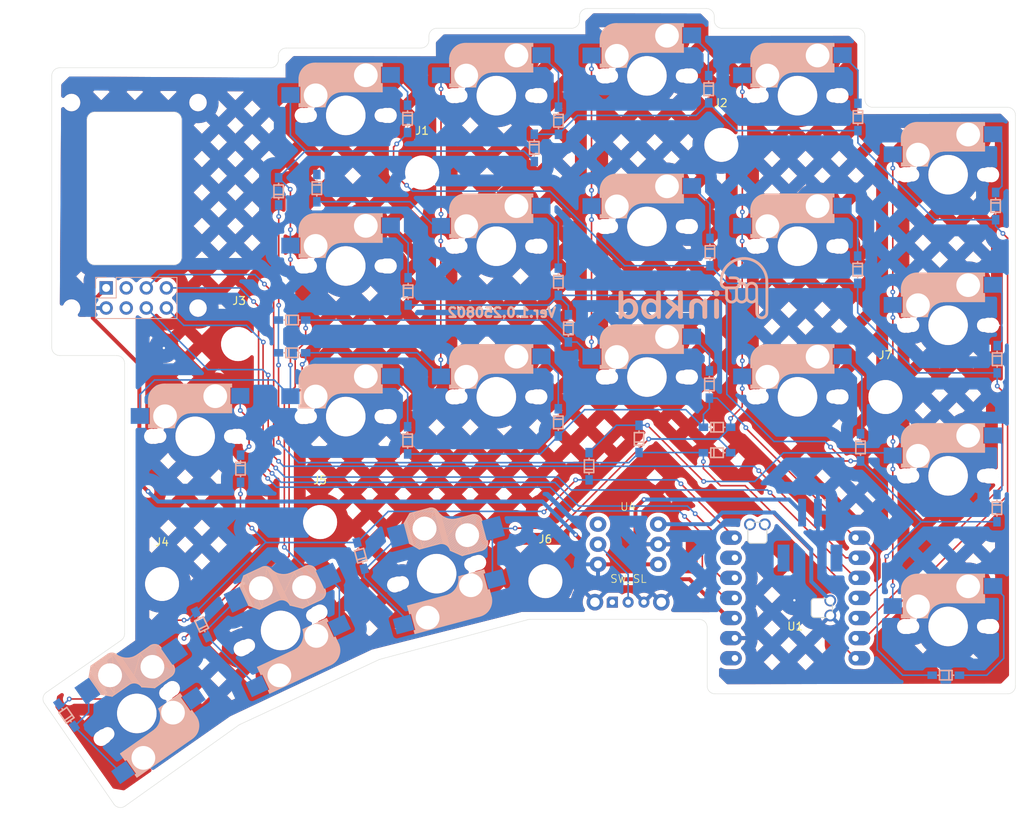
<source format=kicad_pcb>
(kicad_pcb (version 20241229) (generator "pcbnew") (generator_version "9.0")
  (layers (0 "F.Cu" signal) (2 "B.Cu" signal) (13 "F.Paste" user) (15 "B.Paste" user) (5 "F.SilkS" user "F.Silkscreen") (7 "B.SilkS" user "B.Silkscreen") (1 "F.Mask" user) (3 "B.Mask" user) (25 "Edge.Cuts" user))
  (net 0 "")
  (net 1 "MOTION")
  (net 2 "SDIO")
  (net 3 "GND")
  (net 4 "SCLK")
  (net 5 "3.3V")
  (net 6 "VCC")
  (net 7 "IO1")
  (net 8 "IO2")
  (net 9 "Net-(D62-K)")
  (net 10 "IO3")
  (net 11 "IO4")
  (net 12 "INTR")
  (net 13 "Net-(D63-K)")
  (net 14 "Net-(D64-K)")
  (net 15 "Net-(D70-K)")
  (net 16 "Net-(D73-K)")
  (net 17 "Net-(D74-K)")
  (net 18 "Net-(D80-K)")
  (net 19 "Net-(D81-K)")
  (net 20 "Net-(D84-K)")
  (net 21 "Net-(D90-K)")
  (net 22 "Net-(D91-K)")
  (net 23 "Net-(D92-K)")
  (net 24 "Net-(DI7-A)")
  (net 25 "Net-(DI8-A)")
  (net 29 "Vout")
  (net 30 "Bat")
  (net 31 "EN")
  (net 32 "IO5")
  (net 33 "NCS")
  (net 37 "Net-(DI10-A)")
  (net 38 "Net-(DI9-A)")
  (net 39 "Net-(D72-K)")
  (net 40 "Net-(D83-K)")
  (net 41 "Net-(D94-K)")
  (net 42 "Net-(DA0-K)")
  (net 43 "Net-(DA1-K)")
  (net 44 "Net-(DA2-K)")
  (net 45 "Net-(DA3-K)")
  (net 46 "Net-(DI11-A)")
  (net 47 "Net-(D61-K)")
  (net 48 "x")
  (footprint "roBa:Diode_SMD" (layer "F.Cu") (at 175.31 104.489675 -90)
    (property "Reference" "D83")
    (property "Value" "1N4148" (hide yes))
  )
  (footprint "_kicad_footprints:SW_MX" (layer "F.Cu") (at 186.39 72.7528 180)
    (property "Reference" "SW" (hide yes))
    (property "Value" "SW_PUSH" (hide yes))
  )
  (footprint "_kicad_footprints:SW_MX" (layer "F.Cu") (at 186.39 129.9028 180)
    (property "Reference" "SW" (hide yes))
    (property "Value" "SW_PUSH" (hide yes))
  )
  (footprint "roBa:Diode_SMD" (layer "F.Cu") (at 100.616875 95.3056)
    (property "Reference" "DI8")
    (property "Value" "1N4148" (hide yes))
  )
  (footprint "roBa:Diode_SMD" (layer "F.Cu") (at 174.95 82.019038 -90)
    (property "Reference" "D73")
    (property "Value" "1N4148" (hide yes))
  )
  (footprint "_kicad_footprints:SW_MX" (layer "F.Cu") (at 186.39 91.8028 180)
    (property "Reference" "SW" (hide yes))
    (property "Value" "SW_PUSH" (hide yes))
  )
  (footprint "roBa:Diode_SMD" (layer "F.Cu") (at 188.876563 136.0956 180)
    (property "Reference" "D94")
    (property "Value" "1N4148" (hide yes))
  )
  (footprint "roBa:Diode_SMD" (layer "F.Cu") (at 140.97 112.435925 90)
    (property "Reference" "DS11")
    (property "Value" "1N4148" (hide yes))
  )
  (footprint "_kicad_footprints:SW_MX" (layer "F.Cu") (at 91.14 105.8528 180)
    (property "Reference" "SW" (hide yes))
    (property "Value" "SW_PUSH" (hide yes))
  )
  (footprint "_kicad_footprints:SW_MX" (layer "F.Cu") (at 110.19 84.3028 180)
    (property "Reference" "SW" (hide yes))
    (property "Value" "SW_PUSH" (hide yes))
  )
  (footprint "_kicad_footprints:SW_MX" (layer "F.Cu") (at 129.24 62.7528 180)
    (property "Reference" "SW" (hide yes))
    (property "Value" "SW_PUSH" (hide yes))
  )
  (footprint "MountingHole:MountingHole_4.3mm_M4" (layer "F.Cu") (at 135.44 124.1928)
    (property "Reference" "J6")
    (property "Value" "Conn_01x01-Connector_Generic" (hide yes))
  )
  (footprint "MountingHole:MountingHole_4.3mm_M4" (layer "F.Cu") (at 86.95 124.5528)
    (property "Reference" "J4")
    (property "Value" "Conn_01x01-Connector_Generic" (hide yes))
  )
  (footprint "roBa:Diode_SMD" (layer "F.Cu") (at 101.7 77.658725 90)
    (property "Reference" "DI7")
    (property "Value" "1N4148" (hide yes))
  )
  (footprint "MountingHole:MountingHole_4.3mm_M4" (layer "F.Cu") (at 157.63 69.0028)
    (property "Reference" "J2")
    (property "Value" "Conn_01x01-Connector_Generic" (hide yes))
  )
  (footprint "roBa:Diode_SMD" (layer "F.Cu") (at 106.53 71.699675 -90)
    (property "Reference" "DS8")
    (property "Value" "1N4148" (hide yes))
  )
  (footprint "roBa:Diode_SMD" (layer "F.Cu") (at 192.59 93.3436 -90)
    (property "Reference" "D74")
    (property "Value" "1N4148" (hide yes))
  )
  (footprint "roBa:Diode_SMD" (layer "F.Cu") (at 137.08 83.542475 -90)
    (property "Reference" "D81")
    (property "Value" "1N4148" (hide yes))
  )
  (footprint "_kicad_footprints:SW_MX" (layer "F.Cu") (at 129.24 81.8028 180)
    (property "Reference" "SW" (hide yes))
    (property "Value" "SW_PUSH" (hide yes))
  )
  (footprint "MountingHole:MountingHole_4.3mm_M4" (layer "F.Cu") (at 119.85 72.5128)
    (property "Reference" "J1")
    (property "Value" "Conn_01x01-Connector_Generic" (hide yes))
  )
  (footprint "roBa:Diode_SMD" (layer "F.Cu") (at 93.128585 132.193473 115)
    (property "Reference" "DA2")
    (property "Value" "1N4148" (hide yes))
  )
  (footprint "_kicad_footprints:SW_MX_Choc" (layer "F.Cu") (at 121.69 123.271384 15)
    (property "Reference" "SW" (hide yes))
    (property "Value" "SW_PUSH" (hide yes))
  )
  (footprint "roBa:Diode_SMD" (layer "F.Cu") (at 76.462886 143.434344 125)
    (property "Reference" "DA1")
    (property "Value" "1N4148" (hide yes))
  )
  (footprint "roBa:Diode_SMD" (layer "F.Cu") (at 134.04 66.609038 -90)
    (property "Reference" "DS7")
    (property "Value" "1N4148" (hide yes))
  )
  (footprint "_kicad_footprints:SW_MX" (layer "F.Cu") (at 110.19 103.3528 180)
    (property "Reference" "SW" (hide yes))
    (property "Value" "SW_PUSH" (hide yes))
  )
  (footprint "MountingHole:MountingHole_2.2mm_M2_DIN965" (layer "F.Cu") (at 91.5 89.6506 90)
    (property "Reference" "H3" (hide yes))
    (property "Value" "MountingHole")
  )
  (footprint "_kicad_footprints:SW_MX" (layer "F.Cu") (at 129.24 100.8528 180)
    (property "Reference" "SW" (hide yes))
    (property "Value" "SW_PUSH" (hide yes))
  )
  (footprint "MountingHole:MountingHole_2.2mm_M2_DIN965" (layer "F.Cu") (at 75.5 89.6506 90)
    (property "Reference" "H1" (hide yes))
    (property "Value" "MountingHole")
  )
  (footprint "_kicad_footprints:SW_MX" (layer "F.Cu") (at 186.39 110.8528 180)
    (property "Reference" "SW" (hide yes))
    (property "Value" "SW_PUSH" (hide yes))
  )
  (footprint "MountingHole:MountingHole_4.3mm_M4" (layer "F.Cu") (at 106.94 116.7228)
    (property "Reference" "J5")
    (property "Value" "Conn_01x01-Connector_Generic" (hide yes))
  )
  (footprint "_kicad_footprints:SW_MX" (layer "F.Cu") (at 110.19 65.2528 180)
    (property "Reference" "SW" (hide yes))
    (property "Value" "SW_PUSH" (hide yes))
  )
  (footprint "roBa:Diode_SMD" (layer "F.Cu") (at 154.376875 107.9456)
    (property "Reference" "DI10")
    (property "Value" "1N4148" (hide yes))
  )
  (footprint "roBa:Diode_SMD" (layer "F.Cu") (at 192.4 73.969038 -90)
    (property "Reference" "D64")
    (property "Value" "1N4148" (hide yes))
  )
  (footprint "roBa:Diode_SMD" (layer "F.Cu") (at 138.35 89.439675 -90)
    (property "Reference" "DS9")
    (property "Value" "1N4148" (hide yes))
  )
  (footprint "roBa:Diode_SMD" (layer "F.Cu") (at 147.29 108.979363 90)
    (property "Reference" "DI11")
    (property "Value" "1N4148" (hide yes))
  )
  (footprint "roBa:Diode_SMD" (layer "F.Cu") (at 137.1 63.172475 -90)
    (property "Reference" "D61")
    (property "Value" "1N4148" (hide yes))
  )
  (footprint "roBa:Diode_SMD" (layer "F.Cu") (at 156.1 59.189675 -90)
    (property "Reference" "D62")
    (property "Value" "1N4148" (hide yes))
  )
  (footprint "roBa:Diode_SMD" (layer "F.Cu") (at 156.19 96.539038 -90)
    (property "Reference" "D92")
    (property "Value" "1N4148" (hide yes))
  )
  (footprint "_kicad_footprints:SW_MX_Choc" (layer "F.Cu") (at 101.956455 130.453807 25)
    (property "Reference" "SW" (hide yes))
    (property "Value" "SW_PUSH" (hide yes))
  )
  (footprint "MountingHole:MountingHole_2.2mm_M2_DIN965" (layer "F.Cu") (at 91.5 63.6506 90)
    (property "Reference" "H4" (hide yes))
    (property "Value" "MountingHole")
  )
  (footprint "roBa:Diode_SMD" (layer "F.Cu") (at 118.01 62.932475 -90)
    (property "Reference" "D70")
    (property "Value" "1N4148" (hide yes))
  )
  (footprint "MountingHole:MountingHole_4.3mm_M4" (layer "F.Cu") (at 178.46 100.9028)
    (property "Reference" "J7")
    (property "Value" "Conn_01x01-Connector_Generic" (hide yes))
  )
  (footprint "roBa:Diode_SMD" (layer "F.Cu") (at 112.799032 123.65669 105)
    (property "Reference" "DA3")
    (property "Value" "1N4148" (hide yes))
  )
  (footprint "roBa:Diode_SMD" (layer "F.Cu") (at 118.02 103.602475 -90)
    (property "Reference" "D90")
    (property "Value" "1N4148" (hide yes))
  )
  (footprint "roBa:Diode_SMD" (layer "F.Cu") (at 96.88 107.192475 -90)
    (property "Reference" "DA0")
    (property "Value" "1N4148" (hide yes))
  )
  (footprint "roBa:Diode_SMD" (layer "F.Cu") (at 137.08 101.332475 -90)
    (property "Reference" "D91")
    (property "Value" "1N4148" (hide yes))
  )
  (footprint "roBa:XIAO_nRF52840_wBAT_wNFC_1" (layer "F.Cu") (at 167.04 136.8228 180)
    (property "Reference" "U1")
    (property "Value" "~" (hide yes))
    (fp_line (start 5.985247 17.791753) (end 5.985247 19.391953) (stroke (width 0.12)) (layer "Edge.Cuts"))
    (fp_line (start 5.299447 20.077753) (end 4.258047 20.077753) (stroke (width 0.12)) (layer "Edge.Cuts"))
    (fp_line (start 3.953247 17.410753) (end 5.604247 17.410753) (stroke (width 0.12)) (layer "Edge.Cuts"))
    (fp_line (start 3.572247 19.391953) (end 3.572247 17.791753) (stroke (width 0.12)) (layer "Edge.Cuts"))
    (fp_line (start -2.040753 8.403247) (end -2.040753 10.054247) (stroke (width 0.12)) (layer "Edge.Cuts"))
    (fp_line (start -2.421753 10.435247) (end -4.021953 10.435247) (stroke (width 0.12)) (layer "Edge.Cuts"))
    (fp_line (start -4.021953 8.022247) (end -2.421753 8.022247) (stroke (width 0.12)) (layer "Edge.Cuts"))
    (fp_line (start -4.707753 9.749447) (end -4.707753 8.708047) (stroke (width 0.12)) (layer "Edge.Cuts"))
    (fp_arc (start 5.604247 17.410753) (mid 5.873656 17.522344) (end 5.985247 17.791753) (stroke (width 0.12)) (layer "Edge.Cuts"))
    (fp_arc (start 5.299447 20.077753) (mid 5.38164 19.474141) (end 5.985247 19.391953) (stroke (width 0.12)) (layer "Edge.Cuts"))
    (fp_arc (start 3.572247 19.391953) (mid 4.175856 19.474144) (end 4.258047 20.077753) (stroke (width 0.12)) (layer "Edge.Cuts"))
    (fp_arc (start 3.572247 17.791753) (mid 3.683838 17.522342) (end 3.953247 17.410753) (stroke (width 0.12)) (layer "Edge.Cuts"))
    (fp_arc (start -2.040753 10.054247) (mid -2.152344 10.323656) (end -2.421753 10.435247) (stroke (width 0.12)) (layer "Edge.Cuts"))
    (fp_arc (start -2.421753 8.022247) (mid -2.152343 8.133837) (end -2.040753 8.403247) (stroke (width 0.12)) (layer "Edge.Cuts"))
    (fp_arc (start -4.021953 8.022247) (mid -4.104144 8.625856) (end -4.707753 8.708047) (stroke (width 0.12)) (layer "Edge.Cuts"))
    (fp_arc (start -4.707753 9.749447) (mid -4.104144 9.831638) (end -4.021953 10.435247) (stroke (width 0.12)) (layer "Edge.Cuts"))
  )
  (footprint "_kicad_footprints:SW_MX" (layer "F.Cu") (at 148.29 98.3528 180)
    (property "Reference" "SW" (hide yes))
    (property "Value" "SW_PUSH" (hide yes))
  )
  (footprint "pinkeybd:SW_Slide_SK-12D11VG3" (layer "F.Cu") (at 145.91 126.855694)
    (property "Reference" "SW_SL")
    (property "Value" "SK-12D11VG3")
  )
  (footprint "_kicad_footprints:SW_MX" (layer "F.Cu") (at 148.29 79.3028 180)
    (property "Reference" "SW" (hide yes))
    (property "Value" "SW_PUSH" (hide yes))
  )
  (footprint "roBa:Diode_SMD" (layer "F.Cu") (at 100.616875 91.1628)
    (property "Reference" "DI9")
    (property "Value" "1N4148" (hide yes))
  )
  (footprint "_kicad_footprints:SW_MX" (layer "F.Cu") (at 167.34 81.8028 180)
    (property "Reference" "SW" (hide yes))
    (property "Value" "SW_PUSH" (hide yes))
  )
  (footprint "roBa:Diode_SMD" (layer "F.Cu") (at 154.376875 104.7256)
    (property "Reference" "DS10")
    (property "Value" "1N4148" (hide yes))
  )
  (footprint "_kicad_footprints:SW_MX" (layer "F.Cu") (at 167.34 62.7528 180)
    (property "Reference" "SW" (hide yes))
    (property "Value" "SW_PUSH" (hide yes))
  )
  (footprint "MountingHole:MountingHole_2.2mm_M2_DIN965" (layer "F.Cu") (at 75.5 63.6506 90)
    (property "Reference" "H2" (hide yes))
    (property "Value" "MountingHole")
  )
  (footprint "_kicad_footprints:SW_MX" (layer "F.Cu") (at 148.29 60.2528 180)
    (property "Reference" "SW" (hide yes))
    (property "Value" "SW_PUSH" (hide yes))
  )
  (footprint "roBa:Diode_SMD" (layer "F.Cu") (at 118.08 84.762475 -90)
    (property "Reference" "D80")
    (property "Value" "1N4148" (hide yes))
  )
  (footprint "MountingHole:MountingHole_4.3mm_M4" (layer "F.Cu") (at 96.57 94.2028)
    (property "Reference" "J3")
    (property "Value" "Conn_01x01-Connector_Generic" (hide yes))
  )
  (footprint "_kicad_footprints:SW_MX_Choc" (layer "F.Cu") (at 83.769922 140.953807 35)
    (property "Reference" "SW" (hide yes))
    (property "Value" "SW_PUSH" (hide yes))
  )
  (footprint "pinkeybd:dcdc_upconv_bottom" (layer "F.Cu") (at 145.91 114.780694)
    (property "Reference" "U4")
    (property "Value" "~" (hide yes))
  )
  (footprint "_kicad_footprints:SW_MX" (layer "F.Cu") (at 167.34 100.8528 180)
    (property "Reference" "SW" (hide yes))
    (property "Value" "SW_PUSH" (hide yes))
  )
  (footprint "roBa:Diode_SMD" (layer "F.Cu") (at 192.57 112.179038 -90)
    (property "Reference" "D84")
    (property "Value" "1N4148" (hide yes))
  )
  (footprint "roBa:Diode_SMD" (layer "F.Cu") (at 156.26 79.789038 -90)
    (property "Reference" "D72")
    (property "Value" "1N4148" (hide yes))
  )
  (footprint "roBa:Diode_SMD" (layer "F.Cu") (at 174.98 62.699038 -90)
    (property "Reference" "D63")
    (property "Value" "1N4148" (hide yes))
  )
  (footprint "roBa:JST_S2B-PH-SM4-TB" (layer "B.Cu") (at 168.919007 115.527801)
    (property "Reference" "BT1" (hide yes))
    (property "Value" "BATT")
  )
  (footprint "Connector_PinHeader_2.54mm:PinHeader_2x04_P2.54mm_Vertical" (layer "B.Cu") (at 79.88 87.1006 -90)
    (property "Reference" "U5" (hide yes))
    (property "Value" "Conn_02x04_Odd_Even")
  )
  (footprint "pinkeybd:Pinkbd_logo_footprint" (layer "B.Cu") (at 154 87.0528 180)
    (property "Reference" "*{Reference}" (hide yes))
    (property "Value" "LOGO" (hide yes))
  )
  (gr_line (start 194.91 137.4528) (end 194.91 65.252827) (stroke (width 0.05)) (layer "Edge.Cuts"))
  (gr_line (start 78.44 64.8278) (end 88.44 64.8278) (stroke (width 0.05)) (layer "Edge.Cuts"))
  (gr_arc (start 157.81 54.252827) (mid 157.102877 53.95995) (end 156.81 53.252827) (stroke (width 0.05)) (layer "Edge.Cuts"))
  (gr_arc (start 82.21 130.852305) (mid 82.095253 131.317454) (end 81.777289 131.675824) (stroke (width 0.05)) (layer "Edge.Cuts"))
  (gr_arc (start 78.44 84.1978) (mid 77.732893 83.904907) (end 77.44 83.1978) (stroke (width 0.05)) (layer "Edge.Cuts"))
  (gr_arc (start 82.266796 152.651613) (mid 81.5137 152.821807) (end 80.863862 152.404878) (stroke (width 0.05)) (layer "Edge.Cuts"))
  (gr_arc (start 176.86 64.252827) (mid 176.152877 63.95995) (end 175.86 63.252827) (stroke (width 0.05)) (layer "Edge.Cuts"))
  (gr_arc (start 133.229998 129.064768) (mid 133.358291 129.039249) (end 133.488817 129.030694) (stroke (width 0.05)) (layer "Edge.Cuts"))
  (gr_line (start 154.91 129.030694) (end 133.488817 129.030694) (stroke (width 0.05)) (layer "Edge.Cuts"))
  (gr_arc (start 139.76 52.752827) (mid 140.052893 52.04572) (end 140.76 51.752827) (stroke (width 0.05)) (layer "Edge.Cuts"))
  (gr_arc (start 155.81 51.752827) (mid 156.517107 52.04572) (end 156.81 52.752827) (stroke (width 0.05)) (layer "Edge.Cuts"))
  (gr_line (start 73.000001 60.252827) (end 73 94.6528) (stroke (width 0.05)) (layer "Edge.Cuts"))
  (gr_line (start 72.063415 139.651963) (end 80.863862 152.404878) (stroke (width 0.05)) (layer "Edge.Cuts"))
  (gr_arc (start 193.91 64.252827) (mid 194.61709 64.545737) (end 194.91 65.252827) (stroke (width 0.05)) (layer "Edge.Cuts"))
  (gr_line (start 193.91 64.252827) (end 176.86 64.252827) (stroke (width 0.05)) (layer "Edge.Cuts"))
  (gr_line (start 155.81 51.752827) (end 140.76 51.752827) (stroke (width 0.05)) (layer "Edge.Cuts"))
  (gr_arc (start 81.21 95.6528) (mid 81.917107 95.945693) (end 82.21 96.6528) (stroke (width 0.05)) (layer "Edge.Cuts"))
  (gr_arc (start 96.640789 142.420582) (mid 96.717085 142.371337) (end 96.797534 142.329216) (stroke (width 0.05)) (layer "Edge.Cuts"))
  (gr_line (start 81.777289 131.675824) (end 72.319152 138.260497) (stroke (width 0.05)) (layer "Edge.Cuts"))
  (gr_arc (start 101.66 58.252827) (mid 101.3671 58.959927) (end 100.66 59.252827) (stroke (width 0.05)) (layer "Edge.Cuts"))
  (gr_line (start 74 95.6528) (end 81.21 95.6528) (stroke (width 0.05)) (layer "Edge.Cuts"))
  (gr_line (start 193.91 138.4528) (end 156.91 138.4528) (stroke (width 0.05)) (layer "Edge.Cuts"))
  (gr_line (start 100.66 59.252827) (end 74 59.252827) (stroke (width 0.05)) (layer "Edge.Cuts"))
  (gr_arc (start 174.86 54.252827) (mid 175.56709 54.545737) (end 175.86 55.252827) (stroke (width 0.05)) (layer "Edge.Cuts"))
  (gr_line (start 156.81 53.252827) (end 156.81 52.752827) (stroke (width 0.05)) (layer "Edge.Cuts"))
  (gr_line (start 139.76 52.752827) (end 139.76 53.252827) (stroke (width 0.05)) (layer "Edge.Cuts"))
  (gr_line (start 89.44 83.1978) (end 89.44 65.8278) (stroke (width 0.05)) (layer "Edge.Cuts"))
  (gr_arc (start 194.91 137.4528) (mid 194.617107 138.159907) (end 193.91 138.4528) (stroke (width 0.05)) (layer "Edge.Cuts"))
  (gr_arc (start 154.91 129.030694) (mid 155.617107 129.323587) (end 155.91 130.030694) (stroke (width 0.05)) (layer "Edge.Cuts"))
  (gr_arc (start 89.44 83.1978) (mid 89.147107 83.904907) (end 88.44 84.1978) (stroke (width 0.05)) (layer "Edge.Cuts"))
  (gr_line (start 155.91 137.4528) (end 155.91 130.030694) (stroke (width 0.05)) (layer "Edge.Cuts"))
  (gr_arc (start 72.063415 139.651963) (mid 71.90294 138.903235) (end 72.319152 138.260497) (stroke (width 0.05)) (layer "Edge.Cuts"))
  (gr_line (start 77.44 65.8278) (end 77.44 83.1978) (stroke (width 0.05)) (layer "Edge.Cuts"))
  (gr_line (start 96.640789 142.420582) (end 82.266796 152.651613) (stroke (width 0.05)) (layer "Edge.Cuts"))
  (gr_arc (start 120.71 55.752827) (mid 120.4171 56.459927) (end 119.71 56.752827) (stroke (width 0.05)) (layer "Edge.Cuts"))
  (gr_line (start 138.76 54.252827) (end 121.71 54.252827) (stroke (width 0.05)) (layer "Edge.Cuts"))
  (gr_arc (start 88.44 64.8278) (mid 89.147107 65.120693) (end 89.44 65.8278) (stroke (width 0.05)) (layer "Edge.Cuts"))
  (gr_line (start 133.229998 129.064768) (end 114.456279 134.095171) (stroke (width 0.05)) (layer "Edge.Cuts"))
  (gr_line (start 119.71 56.752827) (end 102.66 56.752827) (stroke (width 0.05)) (layer "Edge.Cuts"))
  (gr_line (start 175.86 63.252827) (end 175.86 55.252827) (stroke (width 0.05)) (layer "Edge.Cuts"))
  (gr_arc (start 77.44 65.8278) (mid 77.732893 65.120693) (end 78.44 64.8278) (stroke (width 0.05)) (layer "Edge.Cuts"))
  (gr_line (start 120.71 55.252827) (end 120.71 55.752827) (stroke (width 0.05)) (layer "Edge.Cuts"))
  (gr_line (start 82.21 96.6528) (end 82.21 130.852305) (stroke (width 0.05)) (layer "Edge.Cuts"))
  (gr_line (start 114.456279 134.095171) (end 96.797534 142.329216) (stroke (width 0.05)) (layer "Edge.Cuts"))
  (gr_line (start 78.44 84.1978) (end 88.44 84.1978) (stroke (width 0.05)) (layer "Edge.Cuts"))
  (gr_line (start 101.66 57.752827) (end 101.66 58.252827) (stroke (width 0.05)) (layer "Edge.Cuts"))
  (gr_line (start 174.86 54.252827) (end 157.81 54.252827) (stroke (width 0.05)) (layer "Edge.Cuts"))
  (gr_arc (start 156.91 138.4528) (mid 156.202893 138.159907) (end 155.91 137.4528) (stroke (width 0.05)) (layer "Edge.Cuts"))
  (gr_arc (start 101.66 57.752827) (mid 101.952886 57.045713) (end 102.66 56.752827) (stroke (width 0.05)) (layer "Edge.Cuts"))
  (gr_arc (start 120.71 55.252827) (mid 121.002886 54.545713) (end 121.71 54.252827) (stroke (width 0.05)) (layer "Edge.Cuts"))
  (gr_arc (start 74 95.6528) (mid 73.292893 95.359907) (end 73 94.6528) (stroke (width 0.05)) (layer "Edge.Cuts"))
  (gr_arc (start 139.76 53.252827) (mid 139.467107 53.959934) (end 138.76 54.252827) (stroke (width 0.05)) (layer "Edge.Cuts"))
  (gr_arc (start 73 60.252827) (mid 73.292886 59.545713) (end 74 59.252827) (stroke (width 0.05)) (layer "Edge.Cuts"))
  (gr_text "Ver.1.0.250802" (at 136.95 90.9228 0) (layer "B.SilkS") (effects (font (size 1.2 1.2) (thickness 0.3) (bold yes)) (justify left bottom mirror)))
  (segment (start 99.161 89.4438) (end 99.161 110.0346) (width 0.2) (layer "F.Cu") (net 1))
  (segment (start 158.1872 126.3228) (end 159.42 126.3228) (width 0.2) (layer "F.Cu") (net 1))
  (segment (start 98.55 88.8328) (end 99.161 89.4438) (width 0.2) (layer "F.Cu") (net 1))
  (segment (start 155.3 118.2456) (end 155.3 123.4356) (width 0.2) (layer "F.Cu") (net 1))
  (segment (start 155.3 123.4356) (end 158.1872 126.3228) (width 0.2) (layer "F.Cu") (net 1))
  (segment (start 98.54 88.8328) (end 98.55 88.8328) (width 0.2) (layer "F.Cu") (net 1))
  (segment (start 99.161 110.0346) (end 99.16 110.0356) (width 0.2) (layer "F.Cu") (net 1))
  (segment (start 153.0586 116.0042) (end 155.3 118.2456) (width 0.2) (layer "F.Cu") (net 1))
  (segment (start 99.16 110.0356) (end 100.32 111.1956) (width 0.2) (layer "F.Cu") (net 1))
  (via (at 153.0586 116.0042) (size 0.6) (drill 0.3) (layers "F.Cu" "B.Cu") (net 1))
  (via (at 98.54 88.8328) (size 0.6) (drill 0.3) (layers "F.Cu" "B.Cu") (net 1))
  (via (at 100.32 111.1956) (size 0.6) (drill 0.3) (layers "F.Cu" "B.Cu") (net 1))
  (segment (start 96.8078 87.1006) (end 98.54 88.8328) (width 0.2) (layer "B.Cu") (net 1))
  (segment (start 139.0572 115.3128) (end 136.051 112.3066) (width 0.2) (layer "B.Cu") (net 1))
  (segment (start 153.0586 116.0042) (end 152.3672 115.3128) (width 0.2) (layer "B.Cu") (net 1))
  (segment (start 101.431 112.3066) (end 100.32 111.1956) (width 0.2) (layer "B.Cu") (net 1))
  (segment (start 136.051 112.3066) (end 101.431 112.3066) (width 0.2) (layer "B.Cu") (net 1))
  (segment (start 87.5 87.1006) (end 96.8078 87.1006) (width 0.2) (layer "B.Cu") (net 1))
  (segment (start 152.3672 115.3128) (end 139.0572 115.3128) (width 0.2) (layer "B.Cu") (net 1))
  (segment (start 101.295 109.8806) (end 101.335 109.8806) (width 0.2) (layer "F.Cu") (net 2))
  (segment (start 163.865 112.9878) (end 174.66 123.7828) (width 0.2) (layer "F.Cu") (net 2))
  (segment (start 100.38 98.1228) (end 100.38 108.9656) (width 0.2) (layer "F.Cu") (net 2))
  (segment (start 100.38 108.9656) (end 101.295 109.8806) (width 0.2) (layer "F.Cu") (net 2))
  (via (at 101.335 109.8806) (size 0.6) (drill 0.3) (layers "F.Cu" "B.Cu") (net 2))
  (via (at 163.865 112.9878) (size 0.6) (drill 0.3) (layers "F.Cu" "B.Cu") (net 2))
  (via (at 100.38 98.1228) (size 0.6) (drill 0.3) (layers "F.Cu" "B.Cu") (net 2))
  (segment (start 163.865 112.9878) (end 163.54 112.6628) (width 0.2) (layer "B.Cu") (net 2))
  (segment (start 92.7522 97.4328) (end 84.96 89.6406) (width 0.2) (layer "B.Cu") (net 2))
  (segment (start 99.69 97.4328) (end 92.7522 97.4328) (width 0.2) (layer "B.Cu") (net 2))
  (segment (start 138.6872 112.6628) (end 137.05 111.0256) (width 0.2) (layer "B.Cu") (net 2))
  (segment (start 137.05 111.0256) (end 102.48 111.0256) (width 0.2) (layer "B.Cu") (net 2))
  (segment (start 163.54 112.6628) (end 138.6872 112.6628) (width 0.2) (layer "B.Cu") (net 2))
  (segment (start 100.38 98.1228) (end 99.69 97.4328) (width 0.2) (layer "B.Cu") (net 2))
  (segment (start 102.48 111.0256) (end 101.335 109.8806) (width 0.2) (layer "B.Cu") (net 2))
  (segment (start 79.8878 89.6506) (end 79.88 89.6506) (width 0.5) (layer "F.Cu") (net 3))
  (via (at 87.18 94.7028) (size 0.6) (drill 0.3) (layers "F.Cu" "B.Cu") (net 3))
  (via (at 166.94 126.6128) (size 0.6) (drill 0.3) (layers "F.Cu" "B.Cu") (net 3))
  (segment (start 101.6936 109.0292) (end 101.6936 109.0164) (width 0.2) (layer "F.Cu") (net 4))
  (segment (start 162.44 110.2256) (end 173.4572 121.2428) (width 0.2) (layer "F.Cu") (net 4))
  (segment (start 173.4572 121.2428) (end 174.66 121.2428) (width 0.2) (layer "F.Cu") (net 4))
  (segment (start 101.069 87.7818) (end 99.9 86.6128) (width 0.2) (layer "F.Cu") (net 4))
  (segment (start 101.069 108.3918) (end 101.069 87.7818) (width 0.2) (layer "F.Cu") (net 4))
  (segment (start 101.6936 109.0164) (end 101.069 108.3918) (width 0.2) (layer "F.Cu") (net 4))
  (via (at 99.9 86.6128) (size 0.6) (drill 0.3) (layers "F.Cu" "B.Cu") (net 4))
  (via (at 101.6936 109.0292) (size 0.6) (drill 0.3) (layers "F.Cu" "B.Cu") (net 4))
  (via (at 162.44 110.2256) (size 0.6) (drill 0.3) (layers "F.Cu" "B.Cu") (net 4))
  (segment (start 99.9 86.6128) (end 98.7 85.4128) (width 0.2) (layer "B.Cu") (net 4))
  (segment (start 86.6478 85.4128) (end 84.96 87.1006) (width 0.2) (layer "B.Cu") (net 4))
  (segment (start 98.7 85.4128) (end 86.6478 85.4128) (width 0.2) (layer "B.Cu") (net 4))
  (segment (start 161.881 109.6666) (end 162.44 110.2256) (width 0.2) (layer "B.Cu") (net 4))
  (segment (start 101.6936 109.0292) (end 102.331 109.6666) (width 0.2) (layer "B.Cu") (net 4))
  (segment (start 102.331 109.6666) (end 161.881 109.6666) (width 0.2) (layer "B.Cu") (net 4))
  (segment (start 153.68 123.9528) (end 141.08 123.9528) (width 0.5) (layer "F.Cu") (net 5))
  (segment (start 158.59 128.8628) (end 153.68 123.9528) (width 0.5) (layer "F.Cu") (net 5))
  (segment (start 159.42 128.8628) (end 158.59 128.8628) (width 0.5) (layer "F.Cu") (net 5))
  (segment (start 140.18 123.0528) (end 140.18 119.2356) (width 0.5) (layer "F.Cu") (net 5))
  (segment (start 85.185 112.8478) (end 84.08 111.7428) (width 0.5) (layer "F.Cu") (net 5))
  (segment (start 141.08 123.9528) (end 140.18 123.0528) (width 0.5) (layer "F.Cu") (net 5))
  (segment (start 140.18 119.2356) (end 139.2686 118.3242) (width 0.5) (layer "F.Cu") (net 5))
  (segment (start 84.08 96.7928) (end 78.19 90.9028) (width 0.5) (layer "F.Cu") (net 5))
  (segment (start 84.08 111.7428) (end 84.08 96.7928) (width 0.5) (layer "F.Cu") (net 5))
  (segment (start 78.19 90.9028) (end 78.19 88.7906) (width 0.5) (layer "F.Cu") (net 5))
  (segment (start 78.19 88.7906) (end 79.88 87.1006) (width 0.5) (layer "F.Cu") (net 5))
  (via (at 85.185 112.8478) (size 0.6) (drill 0.3) (layers "F.Cu" "B.Cu") (net 5))
  (via (at 139.2686 118.3242) (size 0.6) (drill 0.3) (layers "F.Cu" "B.Cu") (net 5))
  (segment (start 85.185 112.8478) (end 86.455 114.1178) (width 0.5) (layer "B.Cu") (net 5))
  (segment (start 135.069 114.1246) (end 139.2686 118.3242) (width 0.5) (layer "B.Cu") (net 5))
  (segment (start 86.6982 114.1246) (end 135.069 114.1246) (width 0.5) (layer "B.Cu") (net 5))
  (segment (start 86.455 114.1178) (end 86.6914 114.1178) (width 0.5) (layer "B.Cu") (net 5))
  (segment (start 86.6914 114.1178) (end 86.6982 114.1246) (width 0.5) (layer "B.Cu") (net 5))
  (segment (start 174.66 131.4028) (end 175.85 131.4028) (width 0.2) (layer "F.Cu") (net 7))
  (segment (start 175.85 131.4028) (end 193.913 113.3398) (width 0.2) (layer "F.Cu") (net 7))
  (segment (start 193.913 80.7986) (end 193.32 80.2056) (width 0.2) (layer "F.Cu") (net 7))
  (segment (start 193.913 113.3398) (end 193.913 80.7986) (width 0.2) (layer "F.Cu") (net 7))
  (via (at 193.32 80.2056) (size 0.6) (drill 0.3) (layers "F.Cu" "B.Cu") (net 7))
  (segment (start 174.98 67.202163) (end 174.98 68.7556) (width 0.2) (layer "B.Cu") (net 7))
  (segment (start 134.04 67.662163) (end 137.086563 67.662163) (width 0.2) (layer "B.Cu") (net 7))
  (segment (start 192.4 79.2856) (end 192.4 78.472163) (width 0.2) (layer "B.Cu") (net 7))
  (segment (start 184.696563 78.472163) (end 192.4 78.472163) (width 0.2) (layer "B.Cu") (net 7))
  (segment (start 193.32 80.2056) (end 192.4 79.2856) (width 0.2) (layer "B.Cu") (net 7))
  (segment (start 154.51 65.2828) (end 139.4928 65.2828) (width 0.2) (layer "B.Cu") (net 7))
  (segment (start 137.086563 67.662163) (end 137.1 67.6756) (width 0.2) (layer "B.Cu") (net 7))
  (segment (start 156.1 63.6928) (end 154.51 65.2828) (width 0.2) (layer "B.Cu") (net 7))
  (segment (start 139.4928 65.2828) (end 137.1 67.6756) (width 0.2) (layer "B.Cu") (net 7))
  (segment (start 174.98 68.7556) (end 184.696563 78.472163) (width 0.2) (layer "B.Cu") (net 7))
  (segment (start 156.1 63.6928) (end 159.609363 67.202163) (width 0.2) (layer "B.Cu") (net 7))
  (segment (start 159.609363 67.202163) (end 174.98 67.202163) (width 0.2) (layer "B.Cu") (net 7))
  (segment (start 192.61 99.5128) (end 193.28 100.1828) (width 0.2) (layer "F.Cu") (net 8))
  (segment (start 193.28 112.0856) (end 176.5028 128.8628) (width 0.2) (layer "F.Cu") (net 8))
  (segment (start 176.5028 128.8628) (end 174.66 128.8628) (width 0.2) (layer "F.Cu") (net 8))
  (segment (start 116.24 69.2828) (end 116.64 68.8828) (width 0.2) (layer "F.Cu") (net 8))
  (segment (start 117.89 74.1128) (end 117.79 74.1128) (width 0.2) (layer "F.Cu") (net 8))
  (segment (start 193.28 100.1828) (end 193.28 112.0856) (width 0.2) (layer "F.Cu") (net 8))
  (segment (start 116.24 72.5628) (end 116.24 69.2828) (width 0.2) (layer "F.Cu") (net 8))
  (segment (start 117.79 74.1128) (end 116.24 72.5628) (width 0.2) (layer "F.Cu") (net 8))
  (via (at 192.61 99.5128) (size 0.6) (drill 0.3) (layers "F.Cu" "B.Cu") (net 8))
  (via (at 116.64 68.8828) (size 0.6) (drill 0.3) (layers "F.Cu" "B.Cu") (net 8))
  (via (at 117.89 74.1128) (size 0.6) (drill 0.3) (layers "F.Cu" "B.Cu") (net 8))
  (segment (start 145.446563 84.292163) (end 156.26 84.292163) (width 0.2) (layer "B.Cu") (net 8))
  (segment (start 192.61 98.9756) (end 192.59 98.9556) (width 0.2) (layer "B.Cu") (net 8))
  (segment (start 116.66 68.8828) (end 118.01 67.5328) (width 0.2) (layer "B.Cu") (net 8))
  (segment (start 136.0762 74.9218) (end 145.446563 84.292163) (width 0.2) (layer "B.Cu") (net 8))
  (segment (start 117.89 74.1128) (end 118.6338 74.8566) (width 0.2) (layer "B.Cu") (net 8))
  (segment (start 182.561125 97.846725) (end 174.95 90.2356) (width 0.2) (layer "B.Cu") (net 8))
  (segment (start 135.9662 74.8566) (end 135.99 74.8328) (width 0.2) (layer "B.Cu") (net 8))
  (segment (start 174.95 90.2356) (end 174.95 86.522163) (width 0.2) (layer "B.Cu") (net 8))
  (segment (start 118.01 67.5328) (end 118.01 67.4356) (width 0.2) (layer "B.Cu") (net 8))
  (segment (start 158.49 86.522163) (end 174.95 86.522163) (width 0.2) (layer "B.Cu") (net 8))
  (segment (start 192.59 97.846725) (end 182.561125 97.846725) (width 0.2) (layer "B.Cu") (net 8))
  (segment (start 118.6338 74.8566) (end 135.9662 74.8566) (width 0.2) (layer "B.Cu") (net 8))
  (segment (start 192.59 98.9556) (end 192.59 97.846725) (width 0.2) (layer "B.Cu") (net 8))
  (segment (start 156.26 84.292163) (end 158.49 86.522163) (width 0.2) (layer "B.Cu") (net 8))
  (segment (start 192.61 99.5128) (end 192.61 98.9756) (width 0.2) (layer "B.Cu") (net 8))
  (segment (start 116.64 68.8828) (end 116.66 68.8828) (width 0.2) (layer "B.Cu") (net 8))
  (segment (start 153.99 55.1578) (end 156.06 57.2278) (width 0.2) (layer "B.Cu") (net 9))
  (segment (start 156.06 57.2278) (end 156.06 60.2028) (width 0.2) (layer "B.Cu") (net 9))
  (segment (start 156.06 60.2028) (end 156.1 60.2428) (width 0.2) (layer "B.Cu") (net 9))
  (segment (start 171.52 107.2328) (end 172.64 108.3528) (width 0.2) (layer "F.Cu") (net 10))
  (segment (start 178.595 121.0578) (end 178.47 121.1828) (width 0.2) (layer "F.Cu") (net 10))
  (segment (start 172.64 108.3528) (end 172.64 108.3628) (width 0.2) (layer "F.Cu") (net 10))
  (segment (start 173.27 108.9928) (end 174.07 108.9928) (width 0.2) (layer "F.Cu") (net 10))
  (segment (start 172.64 108.3628) (end 173.27 108.9928) (width 0.2) (layer "F.Cu") (net 10))
  (segment (start 178.47 121.1828) (end 178.47 124.0728) (width 0.2) (layer "F.Cu") (net 10))
  (segment (start 176.22 126.3228) (end 174.66 126.3228) (width 0.2) (layer "F.Cu") (net 10))
  (segment (start 178.47 124.0728) (end 176.22 126.3228) (width 0.2) (layer "F.Cu") (net 10))
  (via (at 178.595 121.0578) (size 0.6) (drill 0.3) (layers "F.Cu" "B.Cu") (net 10))
  (via (at 171.52 107.2328) (size 0.6) (drill 0.3) (layers "F.Cu" "B.Cu") (net 10))
  (via (at 174.07 108.9928) (size 0.6) (drill 0.3) (layers "F.Cu" "B.Cu") (net 10))
  (segment (start 175.31 109.0028) (end 182.989363 116.682163) (width 0.2) (layer "B.Cu") (net 10))
  (segment (start 182.970637 116.682163) (end 185.850637 116.682163) (width 0.2) (layer "B.Cu") (net 10))
  (segment (start 171.52 107.2328) (end 170.81 106.5228) (width 0.2) (layer "B.Cu") (net 10))
  (segment (start 170.81 106.5228) (end 164.3672 106.5228) (width 0.2) (layer "B.Cu") (net 10))
  (segment (start 158.4 88.0456) (end 137.08 88.0456) (width 0.2) (layer "B.Cu") (net 10))
  (segment (start 178.595 121.0578) (end 182.970637 116.682163) (width 0.2) (layer "B.Cu") (net 10))
  (segment (start 137.08 88.0828) (end 138.35 89.3528) (width 0.2) (layer "B.Cu") (net 10))
  (segment (start 175.31 108.9928) (end 175.31 109.0028) (width 0.2) (layer "B.Cu") (net 10))
  (segment (start 138.35 89.3528) (end 138.35 90.4928) (width 0.2) (layer "B.Cu") (net 10))
  (segment (start 164.3672 106.5228) (end 158.4 100.5556) (width 0.2) (layer "B.Cu") (net 10))
  (segment (start 182.989363 116.682163) (end 185.850637 116.682163) (width 0.2) (layer "B.Cu") (net 10))
  (segment (start 174.07 108.9928) (end 175.31 108.9928) (width 0.2) (layer "B.Cu") (net 10))
  (segment (start 158.4 100.5556) (end 158.4 88.0456) (width 0.2) (layer "B.Cu") (net 10))
  (segment (start 135.86 89.2656) (end 137.08 88.0456) (width 0.2) (layer "B.Cu") (net 10))
  (segment (start 192.57 116.682163) (end 185.850637 116.682163) (width 0.2) (layer "B.Cu") (net 10))
  (segment (start 118.08 89.2656) (end 135.86 89.2656) (width 0.2) (layer "B.Cu") (net 10))
  (segment (start 137.08 88.0456) (end 137.08 88.0828) (width 0.2) (layer "B.Cu") (net 10))
  (segment (start 160.7986 104.7842) (end 160.7986 104.8414) (width 0.2) (layer "F.Cu") (net 11))
  (segment (start 160.7986 104.8414) (end 174.66 118.7028) (width 0.2) (layer "F.Cu") (net 11))
  (via (at 160.7986 104.7842) (size 0.6) (drill 0.3) (layers "F.Cu" "B.Cu") (net 11))
  (segment (start 180.65 136.0956) (end 184.373438 136.0956) (width 0.2) (layer "B.Cu") (net 11))
  (segment (start 155.44 103.1028) (end 155.44 104.7156) (width 0.2) (layer "B.Cu") (net 11))
  (segment (start 156.19 101.042163) (end 156.19 102.3528) (width 0.2) (layer "B.Cu") (net 11))
  (segment (start 177.42 120.6456) (end 177.42 132.8656) (width 0.2) (layer "B.Cu") (net 11))
  (segment (start 157.169306 101.042163) (end 156.19 101.042163) (width 0.2) (layer "B.Cu") (net 11))
  (segment (start 175.4772 118.7028) (end 177.42 120.6456) (width 0.2) (layer "B.Cu") (net 11))
  (segment (start 153.2072 102.5028) (end 155.43 104.7256) (width 0.2) (layer "B.Cu") (net 11))
  (segment (start 156.19 102.3528) (end 155.44 103.1028) (width 0.2) (layer "B.Cu") (net 11))
  (segment (start 134.81 108.1056) (end 137.08 105.8356) (width 0.2) (layer "B.Cu") (net 11))
  (segment (start 137.08 105.8356) (end 137.09 105.8356) (width 0.2) (layer "B.Cu") (net 11))
  (segment (start 177.42 132.8656) (end 180.65 136.0956) (width 0.2) (layer "B.Cu") (net 11))
  (segment (start 137.08 105.8356) (end 140.4128 102.5028) (width 0.2) (layer "B.Cu") (net 11))
  (segment (start 160.7986 104.7842) (end 160.7986 104.671457) (width 0.2) (layer "B.Cu") (net 11))
  (segment (start 118.02 108.1056) (end 134.81 108.1056) (width 0.2) (layer "B.Cu") (net 11))
  (segment (start 174.66 118.7028) (end 175.4772 118.7028) (width 0.2) (layer "B.Cu") (net 11))
  (segment (start 155.04 104.7256) (end 155.43 104.7256) (width 0.2) (layer "B.Cu") (net 11))
  (segment (start 160.7986 104.671457) (end 157.169306 101.042163) (width 0.2) (layer "B.Cu") (net 11))
  (segment (start 155.44 104.7156) (end 155.43 104.7256) (width 0.2) (layer "B.Cu") (net 11))
  (segment (start 140.4128 102.5028) (end 153.2072 102.5028) (width 0.2) (layer "B.Cu") (net 11))
  (segment (start 157.6 112.1156) (end 155.43 109.9456) (width 0.2) (layer "F.Cu") (net 12))
  (segment (start 174.66 133.9428) (end 172.88 132.1628) (width 0.2) (layer "F.Cu") (net 12))
  (segment (start 160.71 112.1156) (end 157.6 112.1156) (width 0.2) (layer "F.Cu") (net 12))
  (segment (start 101.69 106.6156) (end 101.67 106.6356) (width 0.2) (layer "F.Cu") (net 12))
  (segment (start 172.88 132.1628) (end 172.88 124.2856) (width 0.2) (layer "F.Cu") (net 12))
  (segment (start 101.69 96.8628) (end 101.69 106.6156) (width 0.2) (layer "F.Cu") (net 12))
  (segment (start 172.88 124.2856) (end 160.71 112.1156) (width 0.2) (layer "F.Cu") (net 12))
  (segment (start 101.71 89.2928) (end 101.71 78.0656) (width 0.2) (layer "F.Cu") (net 12))
  (segment (start 155.43 109.9456) (end 155.43 109.0656) (width 0.2) (layer "F.Cu") (net 12))
  (via (at 101.69 96.8628) (size 0.6) (drill 0.3) (layers "F.Cu" "B.Cu") (net 12))
  (via (at 101.71 89.2928) (size 0.6) (drill 0.3) (layers "F.Cu" "B.Cu") (net 12))
  (via (at 101.71 78.0656) (size 0.6) (drill 0.3) (layers "F.Cu" "B.Cu") (net 12))
  (via (at 101.67 106.6356) (size 0.6) (drill 0.3) (layers "F.Cu" "B.Cu") (net 12))
  (via (at 155.43 109.0656) (size 0.6) (drill 0.3) (layers "F.Cu" "B.Cu") (net 12))
  (segment (start 155.43 109.0656) (end 155.43 107.9456) (width 0.2) (layer "B.Cu") (net 12))
  (segment (start 101.71 89.2928) (end 101.71 91.1228) (width 0.2) (layer "B.Cu") (net 12))
  (segment (start 147.29 107.926238) (end 155.410638 107.926238) (width 0.2) (layer "B.Cu") (net 12))
  (segment (start 101.67 96.4756) (end 101.67 95.3056) (width 0.2) (layer "B.Cu") (net 12))
  (segment (start 155.410638 107.926238) (end 155.43 107.9456) (width 0.2) (layer "B.Cu") (net 12))
  (segment (start 101.71 91.1228) (end 101.67 91.1628) (width 0.2) (layer "B.Cu") (net 12))
  (segment (start 101.67 91.1628) (end 101.67 95.3056) (width 0.2) (layer "B.Cu") (net 12))
  (segment (start 146.013438 109.2028) (end 104.2372 109.2028) (width 0.2) (layer "B.Cu") (net 12))
  (segment (start 101.7 78.0556) (end 101.71 78.0656) (width 0.2) (layer "B.Cu") (net 12))
  (segment (start 101.716563 91.1328) (end 101.686563 91.1628) (width 0.2) (layer "B.Cu") (net 12))
  (segment (start 147.29 107.926238) (end 146.013438 109.2028) (width 0.2) (layer "B.Cu") (net 12))
  (segment (start 104.2372 109.2028) (end 101.67 106.6356) (width 0.2) (layer "B.Cu") (net 12))
  (segment (start 101.69 96.4956) (end 101.67 96.4756) (width 0.2) (layer "B.Cu") (net 12))
  (segment (start 101.69 96.8628) (end 101.69 96.4956) (width 0.2) (layer "B.Cu") (net 12))
  (segment (start 101.71 89.2928) (end 101.7 89.3028) (width 0.2) (layer "B.Cu") (net 12))
  (segment (start 155.3972 107.9128) (end 155.43 107.9456) (width 0.2) (layer "B.Cu") (net 12))
  (segment (start 101.7 76.6056) (end 101.7 78.0556) (width 0.2) (layer "B.Cu") (net 12))
  (segment (start 174.98 59.5728) (end 174.98 63.752163) (width 0.2) (layer "B.Cu") (net 13))
  (segment (start 173.04 57.6328) (end 174.98 59.5728) (width 0.2) (layer "B.Cu") (net 13))
  (segment (start 193.2 74.222163) (end 192.4 75.022163) (width 0.2) (layer "B.Cu") (net 14))
  (segment (start 192.09 67.6078) (end 193.2 68.7178) (width 0.2) (layer "B.Cu") (net 14))
  (segment (start 193.2 68.7178) (end 193.2 74.222163) (width 0.2) (layer "B.Cu") (net 14))
  (segment (start 118.04 63.9556) (end 118.01 63.9856) (width 0.2) (layer "B.Cu") (net 15))
  (segment (start 118.01 62.3228) (end 118.01 63.9856) (width 0.2) (layer "B.Cu") (net 15))
  (segment (start 118.02 62.3128) (end 118.01 62.3228) (width 0.2) (layer "B.Cu") (net 15))
  (segment (start 115.89 60.1828) (end 118.02 62.3128) (width 0.2) (layer "B.Cu") (net 15))
  (segment (start 173.04 76.6828) (end 174.95 78.5928) (width 0.2) (layer "B.Cu") (net 16))
  (segment (start 174.95 78.5928) (end 174.95 83.072163) (width 0.2) (layer "B.Cu") (net 16))
  (segment (start 193.191 93.795725) (end 192.59 94.396725) (width 0.2) (layer "B.Cu") (net 17))
  (segment (start 192.09 86.6578) (end 193.191 87.7588) (width 0.2) (layer "B.Cu") (net 17))
  (segment (start 193.191 87.7588) (end 193.191 93.795725) (width 0.2) (layer "B.Cu") (net 17))
  (segment (start 118.08 81.4228) (end 118.08 85.8156) (width 0.2) (layer "B.Cu") (net 18))
  (segment (start 115.89 79.2328) (end 118.08 81.4228) (width 0.2) (layer "B.Cu") (net 18))
  (segment (start 137.08 78.8728) (end 137.08 84.5956) (width 0.2) (layer "B.Cu") (net 19))
  (segment (start 134.94 76.7328) (end 137.08 78.8728) (width 0.2) (layer "B.Cu") (net 19))
  (segment (start 193.191 112.611163) (end 192.57 113.232163) (width 0.2) (layer "B.Cu") (net 20))
  (segment (start 193.191 106.8088) (end 193.191 112.611163) (width 0.2) (layer "B.Cu") (net 20))
  (segment (start 192.09 105.7078) (end 193.191 106.8088) (width 0.2) (layer "B.Cu") (net 20))
  (segment (start 115.89 98.2828) (end 118.02 100.4128) (width 0.2) (layer "B.Cu") (net 21))
  (segment (start 118.02 100.4128) (end 118.02 104.6556) (width 0.2) (layer "B.Cu") (net 21))
  (segment (start 134.94 95.7828) (end 137.08 97.9228) (width 0.2) (layer "B.Cu") (net 22))
  (segment (start 137.08 97.9228) (end 137.08 102.3856) (width 0.2) (layer "B.Cu") (net 22))
  (segment (start 156.21 97.572163) (end 156.19 97.592163) (width 0.2) (layer "B.Cu") (net 23))
  (segment (start 156.21 95.4778) (end 156.21 97.572163) (width 0.2) (layer "B.Cu") (net 23))
  (segment (start 153.99 93.2578) (end 156.21 95.4778) (width 0.2) (layer "B.Cu") (net 23))
  (segment (start 103.19 83.5056) (end 103.19 96.8528) (width 0.2) (layer "F.Cu") (net 24))
  (segment (start 103.1636 74.6192) (end 103.1636 74.7292) (width 0.2) (layer "F.Cu") (net 24))
  (segment (start 103.19 74.7556) (end 103.19 79.7328) (width 0.2) (layer "F.Cu") (net 24))
  (segment (start 103.1636 74.7292) (end 103.19 74.7556) (width 0.2) (layer "F.Cu") (net 24))
  (via (at 103.19 79.7328) (size 0.6) (drill 0.3) (layers "F.Cu" "B.Cu") (net 24))
  (via (at 103.19 96.8528) (size 0.6) (drill 0.3) (layers "F.Cu" "B.Cu") (net 24))
  (via (at 103.1636 74.6192) (size 0.6) (drill 0.3) (layers "F.Cu" "B.Cu") (net 24))
  (via (at 103.19 83.5056) (size 0.6) (drill 0.3) (layers "F.Cu" "B.Cu") (net 24))
  (segment (start 103.1636 74.6192) (end 101.7 73.1556) (width 0.2) (layer "B.Cu") (net 24))
  (segment (start 101.7 73.1556) (end 105.066 69.7896) (width 0.2) (layer "B.Cu") (net 24))
  (segment (start 84.14 100.6028) (end 84.14 103.3228) (width 0.2) (layer "B.Cu") (net 24))
  (segment (start 86 98.7428) (end 84.14 100.6028) (width 0.2) (layer "B.Cu") (net 24))
  (segment (start 105.066 69.7896) (end 105.164 69.7896) (width 0.2) (layer "B.Cu") (net 24))
  (segment (start 132.717437 69.7896) (end 105.164 69.7896) (width 0.2) (layer "B.Cu") (net 24))
  (segment (start 103.19 96.8528) (end 103.19 100.7978) (width 0.2) (layer "B.Cu") (net 24))
  (segment (start 103.19 100.7978) (end 101.135 98.7428) (width 0.2) (layer "B.Cu") (net 24))
  (segment (start 105.164 69.7896) (end 103.19 67.8156) (width 0.2) (layer "B.Cu") (net 24))
  (segment (start 101.135 98.7428) (end 86 98.7428) (width 0.2) (layer "B.Cu") (net 24))
  (segment (start 103.19 79.7328) (end 103.19 83.5056) (width 0.2) (layer "B.Cu") (net 24))
  (segment (start 103.19 62.6978) (end 103.19 67.8156) (width 0.2) (layer "B.Cu") (net 24))
  (segment (start 134.04 71.112163) (end 132.717437 69.7896) (width 0.2) (layer "B.Cu") (net 24))
  (segment (start 89.73 131.4428) (end 97.763816 123.408984) (width 0.2) (layer "F.Cu") (net 25))
  (segment (start 100.636559 123.408984) (end 103.021 121.024543) (width 0.2) (layer "F.Cu") (net 25))
  (segment (start 122.24 61.9228) (end 122.24 77.7628) (width 0.2) (layer "F.Cu") (net 25))
  (segment (start 103.021 121.024543) (end 103.021 101.4218) (width 0.2) (layer "F.Cu") (net 25))
  (segment (start 122.21 96.1956) (end 122.21 81.1656) (width 0.2) (layer "F.Cu") (net 25))
  (segment (start 97.763816 123.408984) (end 100.636559 123.408984) (width 0.2) (layer "F.Cu") (net 25))
  (segment (start 104.68 99.7628) (end 104.68 96.7728) (width 0.2) (layer "F.Cu") (net 25))
  (segment (start 103.021 101.4218) (end 104.68 99.7628) (width 0.2) (layer "F.Cu") (net 25))
  (via (at 104.68 96.7728) (size 0.6) (drill 0.3) (layers "F.Cu" "B.Cu") (net 25))
  (via (at 122.21 81.1656) (size 0.6) (drill 0.3) (layers "F.Cu" "B.Cu") (net 25))
  (via (at 122.24 61.9228) (size 0.6) (drill 0.3) (layers "F.Cu" "B.Cu") (net 25))
  (via (at 122.24 77.7628) (size 0.6) (drill 0.3) (layers "F.Cu" "B.Cu") (net 25))
  (via (at 122.21 96.1956) (size 0.6) (drill 0.3) (layers "F.Cu" "B.Cu") (net 25))
  (via (at 89.73 131.4428) (size 0.6) (drill 0.3) (layers "F.Cu" "B.Cu") (net 25))
  (segment (start 105.12 95.3056) (end 119.2228 95.3056) (width 0.2) (layer "B.Cu") (net 25))
  (segment (start 122.22 96.2056) (end 122.22 98.3028) (width 0.2) (layer "B.Cu") (net 25))
  (segment (start 105.12 96.3328) (end 104.68 96.7728) (width 0.2) (layer "B.Cu") (net 25))
  (segment (start 118.3256 76.2028) (end 119.4428 77.32) (width 0.2) (layer "B.Cu") (net 25))
  (segment (start 122.24 79.2728) (end 122.24 81.1356) (width 0.2) (layer "B.Cu") (net 25))
  (segment (start 121.09645 78.98925) (end 121.95645 78.98925) (width 0.2) (layer "B.Cu") (net 25))
  (segment (start 119.44 77.3228) (end 119.44 77.3328) (width 0.2) (layer "B.Cu") (net 25))
  (segment (start 106.53 76.2028) (end 118.3256 76.2028) (width 0.2) (layer "B.Cu") (net 25))
  (segment (start 122.21 96.1956) (end 122.22 96.2056) (width 0.2) (layer "B.Cu") (net 25))
  (segment (start 122.24 60.2228) (end 122.24 61.9228) (width 0.2) (layer "B.Cu") (net 25))
  (segment (start 119.4428 77.32) (end 119.44 77.3228) (width 0.2) (layer "B.Cu") (net 25))
  (segment (start 119.44 77.3328) (end 121.09645 78.98925) (width 0.2) (layer "B.Cu") (net 25))
  (segment (start 119.2228 95.3056) (end 122.24 98.3228) (width 0.2) (layer "B.Cu") (net 25))
  (segment (start 122.24 77.7628) (end 122.24 78.8718) (width 0.2) (layer "B.Cu") (net 25))
  (segment (start 122.24 81.1356) (end 122.21 81.1656) (width 0.2) (layer "B.Cu") (net 25))
  (segment (start 122.22 98.3028) (end 122.24 98.3228) (width 0.2) (layer "B.Cu") (net 25))
  (segment (start 105.12 95.3056) (end 105.12 96.3328) (width 0.2) (layer "B.Cu") (net 25))
  (segment (start 157.82 115.5128) (end 164.4 115.5128) (width 0.5) (layer "B.Cu") (net 29))
  (segment (start 169.08 120.1928) (end 169.08 124.2348) (width 0.5) (layer "B.Cu") (net 29))
  (segment (start 169.08 124.2348) (end 171.485 126.6398) (width 0.5) (layer "B.Cu") (net 29))
  (segment (start 164.4 115.5128) (end 169.08 120.1928) (width 0.5) (layer "B.Cu") (net 29))
  (segment (start 156.342106 116.990694) (end 157.82 115.5128) (width 0.5) (layer "B.Cu") (net 29))
  (segment (start 149.72 116.990694) (end 156.342106 116.990694) (width 0.5) (layer "B.Cu") (net 29))
  (segment (start 150.14625 116.99935) (end 149.88 116.99935) (width 0.5) (layer "B.Cu") (net 29))
  (segment (start 146.84 114.9528) (end 146.84 120.9728) (width 0.5) (layer "F.Cu") (net 30))
  (segment (start 146.84 120.9728) (end 147.937894 122.070694) (width 0.5) (layer "F.Cu") (net 30))
  (segment (start 147.937894 122.070694) (end 149.72 122.070694) (width 0.5) (layer "F.Cu") (net 30))
  (segment (start 147.92 113.8728) (end 146.84 114.9528) (width 0.5) (layer "F.Cu") (net 30))
  (via (at 147.92 113.8728) (size 0.6) (drill 0.3) (layers "F.Cu" "B.Cu") (net 30))
  (segment (start 166.264006 113.8728) (end 147.92 113.8728) (width 0.5) (layer "B.Cu") (net 30))
  (segment (start 167.919007 115.527801) (end 166.264006 113.8728) (width 0.5) (layer "B.Cu") (net 30))
  (segment (start 145.91 123.340694) (end 145.91 126.855694) (width 0.2) (layer "B.Cu") (net 31))
  (segment (start 142.1 119.530694) (end 145.91 123.340694) (width 0.2) (layer "B.Cu") (net 31))
  (segment (start 83.34 136.1328) (end 83.34 134.5828) (width 0.2) (layer "F.Cu") (net 32))
  (segment (start 139.27 111.4228) (end 135.26 115.4328) (width 0.2) (layer "F.Cu") (net 32))
  (segment (start 75.21 139.1028) (end 80.37 139.1028) (width 0.2) (layer "F.Cu") (net 32))
  (segment (start 139.27 111.3828) (end 139.27 111.4228) (width 0.2) (layer "F.Cu") (net 32))
  (segment (start 153.8336 113.1192) (end 153.8364 113.1192) (width 0.2) (layer "F.Cu") (net 32))
  (segment (start 80.37 139.1028) (end 83.34 136.1328) (width 0.2) (layer "F.Cu") (net 32))
  (segment (start 152.5936 111.8792) (end 153.8336 113.1192) (width 0.2) (layer "F.Cu") (net 32))
  (segment (start 153.8364 113.1192) (end 159.42 118.7028) (width 0.2) (layer "F.Cu") (net 32))
  (segment (start 96.87 113.1628) (end 96.87 116.04841) (width 0.2) (layer "F.Cu") (net 32))
  (segment (start 88.79 129.1328) (end 89.73 129.1328) (width 0.2) (layer "F.Cu") (net 32))
  (segment (start 135.26 115.4328) (end 135.26 115.4428) (width 0.2) (layer "F.Cu") (net 32))
  (segment (start 96.87 116.04841) (end 98.317195 117.495605) (width 0.2) (layer "F.Cu") (net 32))
  (segment (start 83.34 134.5828) (end 88.79 129.1328) (width 0.2) (layer "F.Cu") (net 32))
  (via (at 89.73 129.1328) (size 0.6) (drill 0.3) (layers "F.Cu" "B.Cu") (net 32))
  (via (at 139.27 111.3828) (size 0.6) (drill 0.3) (layers "F.Cu" "B.Cu") (net 32))
  (via (at 96.87 113.1628) (size 0.6) (drill 0.3) (layers "F.Cu" "B.Cu") (net 32))
  (via (at 98.317195 117.495605) (size 0.6) (drill 0.3) (layers "F.Cu" "B.Cu") (net 32))
  (via (at 152.5936 111.8792) (size 0.6) (drill 0.3) (layers "F.Cu" "B.Cu") (net 32))
  (via (at 135.26 115.4428) (size 0.6) (drill 0.3) (layers "F.Cu" "B.Cu") (net 32))
  (via (at 75.21 139.1028) (size 0.6) (drill 0.3) (layers "F.Cu" "B.Cu") (net 32))
  (segment (start 98.317195 117.495605) (end 100.128595 119.307005) (width 0.2) (layer "B.Cu") (net 32))
  (segment (start 115.567742 115.3728) (end 111.633537 119.307005) (width 0.2) (layer "B.Cu") (net 32))
  (segment (start 100.128595 119.307005) (end 111.633537 119.307005) (width 0.2) (layer "B.Cu") (net 32))
  (segment (start 100.030733 119.307005) (end 91.225482 128.112256) (width 0.2) (layer "B.Cu") (net 32))
  (segment (start 73.88 139.7456) (end 74.5672 139.7456) (width 0.2) (layer "B.Cu") (net 32))
  (segment (start 90.204938 129.1328) (end 91.225482 128.112256) (width 0.2) (layer "B.Cu") (net 32))
  (segment (start 96.88 111.6956) (end 96.88 113.1528) (width 0.2) (layer "B.Cu") (net 32))
  (segment (start 96.88 113.1528) (end 96.87 113.1628) (width 0.2) (layer "B.Cu") (net 32))
  (segment (start 135.26 115.4428) (end 135.19 115.3728) (width 0.2) (layer "B.Cu") (net 32))
  (segment (start 152.0972 111.3828) (end 140.97 111.3828) (width 0.2) (layer "B.Cu") (net 32))
  (segment (start 152.5936 111.8792) (end 152.0972 111.3828) (width 0.2) (layer "B.Cu") (net 32))
  (segment (start 98.317195 117.495605) (end 100.030733 119.209143) (width 0.2) (layer "B.Cu") (net 32))
  (segment (start 74.5672 139.7456) (end 75.21 139.1028) (width 0.2) (layer "B.Cu") (net 32))
  (segment (start 135.19 115.3728) (end 115.567742 115.3728) (width 0.2) (layer "B.Cu") (net 32))
  (segment (start 89.73 129.1328) (end 90.204938 129.1328) (width 0.2) (layer "B.Cu") (net 32))
  (segment (start 100.030733 119.209143) (end 100.030733 119.307005) (width 0.2) (layer "B.Cu") (net 32))
  (segment (start 139.27 111.3828) (end 140.97 111.3828) (width 0.2) (layer "B.Cu") (net 32))
  (segment (start 156.41 117.6856) (end 156.41 122.4556) (width 0.2) (layer "F.Cu") (net 33))
  (segment (start 157.7372 123.7828) (end 159.42 123.7828) (width 0.2) (layer "F.Cu") (net 33))
  (segment (start 154.3936 115.6692) (end 156.41 117.6856) (width 0.2) (layer "F.Cu") (net 33))
  (segment (start 99.761 93.9528) (end 99.73 93.9838) (width 0.2) (layer "F.Cu") (net 33))
  (segment (start 99.73 109.4156) (end 100.87 110.5556) (width 0.2) (layer "F.Cu") (net 33))
  (segment (start 99.73 93.9838) (end 99.73 109.4156) (width 0.2) (layer "F.Cu") (net 33))
  (segment (start 156.41 122.4556) (end 157.7372 123.7828) (width 0.2) (layer "F.Cu") (net 33))
  (via (at 100.87 110.5556) (size 0.6) (drill 0.3) (layers "F.Cu" "B.Cu") (net 33))
  (via (at 99.761 93.9528) (size 0.6) (drill 0.3) (layers "F.Cu" "B.Cu") (net 33))
  (via (at 154.3936 115.6692) (size 0.6) (drill 0.3) (layers "F.Cu" "B.Cu") (net 33))
  (segment (start 153.4172 114.6928) (end 139.6472 114.6928) (width 0.2) (layer "B.Cu") (net 33))
  (segment (start 136.65 111.6956) (end 102.01 111.6956) (width 0.2) (layer "B.Cu") (net 33))
  (segment (start 139.6472 114.6928) (end 136.65 111.6956) (width 0.2) (layer "B.Cu") (net 33))
  (segment (start 102.01 111.6956) (end 100.87 110.5556) (width 0.2) (layer "B.Cu") (net 33))
  (segment (start 154.3936 115.6692) (end 153.4172 114.6928) (width 0.2) (layer "B.Cu") (net 33))
  (segment (start 99.761 93.9528) (end 99.74 93.9528) (width 0.2) (layer "B.Cu") (net 33))
  (segment (start 97.63 91.8428) (end 89.7022 91.8428) (width 0.2) (layer "B.Cu") (net 33))
  (segment (start 99.74 93.9528) (end 97.63 91.8428) (width 0.2) (layer "B.Cu") (net 33))
  (segment (start 89.7022 91.8428) (end 87.5 89.6406) (width 0.2) (layer "B.Cu") (net 33))
  (segment (start 160.35 102.1328) (end 160.35 99.8328) (width 0.2) (layer "F.Cu") (net 37))
  (segment (start 158.88 103.6028) (end 160.35 102.1328) (width 0.2) (layer "F.Cu") (net 37))
  (segment (start 160.34 81.1756) (end 160.34 96.2956) (width 0.2) (layer "F.Cu") (net 37))
  (segment (start 131.62 117.4928) (end 137.24 117.4928) (width 0.2) (layer "F.Cu") (net 37))
  (segment (start 137.24 117.4928) (end 148.52 106.2128) (width 0.2) (layer "F.Cu") (net 37))
  (segment (start 160.34 96.2956) (end 160.36 96.3156) (width 0.2) (layer "F.Cu") (net 37))
  (segment (start 160.36 77.4856) (end 160.36 62.2856) (width 0.2) (layer "F.Cu") (net 37))
  (via (at 131.62 117.4928) (size 0.6) (drill 0.3) (layers "F.Cu" "B.Cu") (net 37))
  (via (at 160.36 96.3156) (size 0.6) (drill 0.3) (layers "F.Cu" "B.Cu") (net 37))
  (via (at 148.52 106.2128) (size 0.6) (drill 0.3) (layers "F.Cu" "B.Cu") (net 37))
  (via (at 160.34 81.1756) (size 0.6) (drill 0.3) (layers "F.Cu" "B.Cu") (net 37))
  (via (at 160.36 77.4856) (size 0.6) (drill 0.3) (layers "F.Cu" "B.Cu") (net 37))
  (via (at 160.35 99.8328) (size 0.6) (drill 0.3) (layers "F.Cu" "B.Cu") (net 37))
  (via (at 160.36 62.2856) (size 0.6) (drill 0.3) (layers "F.Cu" "B.Cu") (net 37))
  (via (at 158.88 103.6028) (size 0.6) (drill 0.3) (layers "F.Cu" "B.Cu") (net 37))
  (segment (start 160.34 62.2656) (end 160.36 62.2856) (width 0.2) (layer "B.Cu") (net 37))
  (segment (start 131.62 117.4928) (end 131.454624 117.4928) (width 0.2) (layer "B.Cu") (net 37))
  (segment (start 160.34 77.5456) (end 160.34 81.1756) (width 0.2) (layer "B.Cu") (net 37))
  (segment (start 158.88 104.7256) (end 158.88 103.6028) (width 0.2) (layer "B.Cu") (net 37))
  (segment (start 158.88 107.7128) (end 158.88 107.9456) (width 0.2) (layer "B.Cu") (net 37))
  (segment (start 131.422312 117.525112) (end 128.743083 117.525112) (width 0.2) (layer "B.Cu") (net 37))
  (segment (start 128.743083 123.557911) (end 129.112763 123.927591) (width 0.2) (layer "B.Cu") (net 37))
  (segment (start 131.454624 117.4928) (end 131.422312 117.525112) (width 0.2) (layer "B.Cu") (net 37))
  (segment (start 160.36 77.4856) (end 160.36 77.5256) (width 0.2) (layer "B.Cu") (net 37))
  (segment (start 157.3928 106.2128) (end 148.52 106.2128) (width 0.2) (layer "B.Cu") (net 37))
  (segment (start 160.36 77.5256) (end 160.34 77.5456) (width 0.2) (layer "B.Cu") (net 37))
  (segment (start 160.35 96.3256) (end 160.35 99.8328) (width 0.2) (layer "B.Cu") (net 37))
  (segment (start 160.34 60.1728) (end 160.34 62.2656) (width 0.2) (layer "B.Cu") (net 37))
  (segment (start 160.36 96.3156) (end 160.35 96.3256) (width 0.2) (layer "B.Cu") (net 37))
  (segment (start 148.52 106.2128) (end 157.38 106.2128) (width 0.2) (layer "B.Cu") (net 37))
  (segment (start 157.38 106.2128) (end 158.88 107.7128) (width 0.2) (layer "B.Cu") (net 37))
  (segment (start 158.88 104.7256) (end 157.3928 106.2128) (width 0.2) (layer "B.Cu") (net 37))
  (segment (start 128.743083 117.525112) (end 128.743083 123.557911) (width 0.2) (layer "B.Cu") (net 37))
  (segment (start 141.28 93.9056) (end 141.27 93.9156) (width 0.2) (layer "F.Cu") (net 38))
  (segment (start 103.791 95.2546) (end 105.12 93.9256) (width 0.2) (layer "F.Cu") (net 38))
  (segment (start 105.12 93.9256) (end 105.12 92.1928) (width 0.2) (layer "F.Cu") (net 38))
  (segment (start 141.28 59.3956) (end 141.28 74.7556) (width 0.2) (layer "F.Cu") (net 38))
  (segment (start 102.42 119.907005) (end 102.42 100.9985) (width 0.2) (layer "F.Cu") (net 38))
  (segment (start 102.42 100.9985) (end 103.791 99.6275) (width 0.2) (layer "F.Cu") (net 38))
  (segment (start 141.28 78.4556) (end 141.28 93.9056) (width 0.2) (layer "F.Cu") (net 38))
  (segment (start 103.791 99.6275) (end 103.791 95.2546) (width 0.2) (layer "F.Cu") (net 38))
  (segment (start 141.27 59.3856) (end 141.28 59.3956) (width 0.2) (layer "F.Cu") (net 38))
  (via (at 102.42 119.907005) (size 0.6) (drill 0.3) (layers "F.Cu" "B.Cu") (net 38))
  (via (at 105.12 92.1928) (size 0.6) (drill 0.3) (layers "F.Cu" "B.Cu") (net 38))
  (via (at 141.27 59.3856) (size 0.6) (drill 0.3) (layers "F.Cu" "B.Cu") (net 38))
  (via (at 141.28 74.7556) (size 0.6) (drill 0.3) (layers "F.Cu" "B.Cu") (net 38))
  (via (at 141.27 93.9156) (size 0.6) (drill 0.3) (layers "F.Cu" "B.Cu") (net 38))
  (via (at 141.28 78.4556) (size 0.6) (drill 0.3) (layers "F.Cu" "B.Cu") (net 38))
  (segment (start 138.35 93.9428) (end 139.435 93.9428) (width 0.2) (layer "B.Cu") (net 38))
  (segment (start 107.904557 123.570079) (end 106.083074 123.570079) (width 0.2) (layer "B.Cu") (net 38))
  (segment (start 109.380399 125.045921) (end 109.380399 129.811096) (width 0.2) (layer "B.Cu") (net 38))
  (segment (start 107.904557 123.570079) (end 109.380399 125.045921) (width 0.2) (layer "B.Cu") (net 38))
  (segment (start 141.29 78.4456) (end 141.28 78.4556) (width 0.2) (layer "B.Cu") (net 38))
  (segment (start 141.29 59.3656) (end 141.27 59.3856) (width 0.2) (layer "B.Cu") (net 38))
  (segment (start 139.435 93.9428) (end 141.29 95.7978) (width 0.2) (layer "B.Cu") (net 38))
  (segment (start 135.57 91.1628) (end 138.35 93.9428) (width 0.2) (layer "B.Cu") (net 38))
  (segment (start 105.12 91.1628) (end 105.12 92.1928) (width 0.2) (layer "B.Cu") (net 38))
  (segment (start 141.28 74.7556) (end 141.29 74.7656) (width 0.2) (layer "B.Cu") (net 38))
  (segment (start 141.29 57.6978) (end 141.29 59.3656) (width 0.2) (layer "B.Cu") (net 38))
  (segment (start 106.083074 123.570079) (end 102.42 119.907005) (width 0.2) (layer "B.Cu") (net 38))
  (segment (start 141.27 93.9156) (end 141.27 95.7778) (width 0.2) (layer "B.Cu") (net 38))
  (segment (start 141.29 74.7656) (end 141.29 76.7478) (width 0.2) (layer "B.Cu") (net 38))
  (segment (start 105.12 91.1628) (end 135.57 91.1628) (width 0.2) (layer "B.Cu") (net 38))
  (segment (start 141.29 76.7478) (end 141.29 78.4456) (width 0.2) (layer "B.Cu") (net 38))
  (segment (start 141.27 95.7778) (end 141.29 95.7978) (width 0.2) (layer "B.Cu") (net 38))
  (segment (start 156.26 76.4778) (end 156.26 80.842163) (width 0.2) (layer "B.Cu") (net 39))
  (segment (start 153.99 74.2078) (end 156.26 76.4778) (width 0.2) (layer "B.Cu") (net 39))
  (segment (start 173.04 95.7578) (end 175.481 98.1988) (width 0.2) (layer "B.Cu") (net 40))
  (segment (start 175.481 105.3718) (end 175.31 105.5428) (width 0.2) (layer "B.Cu") (net 40))
  (segment (start 175.481 98.1988) (end 175.481 105.3718) (width 0.2) (layer "B.Cu") (net 40))
  (segment (start 193.43 133.9556) (end 191.29 136.0956) (width 0.2) (layer "B.Cu") (net 41))
  (segment (start 193.43 126.0978) (end 193.43 133.9556) (width 0.2) (layer "B.Cu") (net 41))
  (segment (start 192.09 124.7578) (end 193.43 126.0978) (width 0.2) (layer "B.Cu") (net 41))
  (segment (start 191.29 136.0956) (end 187.823438 136.0956) (width 0.2) (layer "B.Cu") (net 41))
  (segment (start 97.959 106.6338) (end 97.959 103.7118) (width 0.2) (layer "F.Cu") (net 42))
  (segment (start 97.96 106.6348) (end 97.959 106.6338) (width 0.2) (layer "F.Cu") (net 42))
  (segment (start 97.959 103.7118) (end 96.85 102.6028) (width 0.2) (layer "F.Cu") (net 42))
  (segment (start 97.96 107.1628) (end 97.96 106.6348) (width 0.2) (layer "F.Cu") (net 42))
  (via (at 97.96 107.1628) (size 0.6) (drill 0.3) (layers "F.Cu" "B.Cu") (net 42))
  (via (at 96.85 102.6028) (size 0.6) (drill 0.3) (layers "F.Cu" "B.Cu") (net 42))
  (segment (start 97.96 107.1628) (end 97.51 107.6128) (width 0.2) (layer "B.Cu") (net 42))
  (segment (start 97.51 107.6156) (end 96.88 108.2456) (width 0.2) (layer "B.Cu") (net 42))
  (segment (start 96.84 100.7828) (end 96.84 102.5928) (width 0.2) (layer "B.Cu") (net 42))
  (segment (start 96.84 102.5928) (end 96.85 102.6028) (width 0.2) (layer "B.Cu") (net 42))
  (segment (start 97.51 107.6128) (end 97.51 107.6156) (width 0.2) (layer "B.Cu") (net 42))
  (segment (start 77.66828 137.993133) (end 77.66828 140.762232) (width 0.2) (layer "B.Cu") (net 43))
  (segment (start 82.023127 148.396772) (end 81.683972 148.396772) (width 0.2) (layer "B.Cu") (net 43))
  (segment (start 77.66828 140.762232) (end 75.858837 142.571675) (width 0.2) (layer "B.Cu") (net 43))
  (segment (start 81.683972 148.396772) (end 75.858875 142.571675) (width 0.2) (layer "B.Cu") (net 43))
  (segment (start 75.858875 142.571675) (end 75.858837 142.571675) (width 0.2) (layer "B.Cu") (net 43))
  (segment (start 92.683515 130.256685) (end 92.683515 131.239018) (width 0.2) (layer "B.Cu") (net 44))
  (segment (start 92.683515 131.239018) (end 92.683515 131.319115) (width 0.2) (layer "B.Cu") (net 44))
  (segment (start 98.924866 137.480369) (end 98.943741 137.480369) (width 0.2) (layer "B.Cu") (net 44))
  (segment (start 96.461626 126.478574) (end 92.683515 130.256685) (width 0.2) (layer "B.Cu") (net 44))
  (segment (start 92.683515 131.239018) (end 98.924866 137.480369) (width 0.2) (layer "B.Cu") (net 44))
  (segment (start 112.731869 122.639449) (end 112.526463 122.639449) (width 0.2) (layer "B.Cu") (net 45))
  (segment (start 117.502906 128.675706) (end 117.502906 129.668045) (width 0.2) (layer "B.Cu") (net 45))
  (segment (start 112.526463 122.639449) (end 112.526463 123.699263) (width 0.2) (layer "B.Cu") (net 45))
  (segment (start 112.526463 123.699263) (end 117.502906 128.675706) (width 0.2) (layer "B.Cu") (net 45))
  (segment (start 116.968942 118.402376) (end 112.731869 122.639449) (width 0.2) (layer "B.Cu") (net 45))
  (segment (start 148.36 104.4728) (end 148.35 104.4728) (width 0.2) (layer "F.Cu") (net 46))
  (segment (start 179.39 71.9456) (end 179.39 87.6156) (width 0.2) (layer "F.Cu") (net 46))
  (segment (start 179.39 124.7656) (end 179.39 110.0256) (width 0.2) (layer "F.Cu") (net 46))
  (segment (start 179.4 106.5156) (end 179.41 106.5256) (width 0.2) (layer "F.Cu") (net 46))
  (segment (start 155.47 111.5828) (end 148.36 104.4728) (width 0.2) (layer "F.Cu") (net 46))
  (segment (start 179.39 110.0256) (end 179.4 110.0156) (width 0.2) (layer "F.Cu") (net 46))
  (segment (start 179.4 90.8456) (end 179.4 106.5156) (width 0.2) (layer "F.Cu") (net 46))
  (via (at 155.47 111.5828) (size 0.6) (drill 0.3) (layers "F.Cu" "B.Cu") (net 46))
  (via (at 179.4 110.0156) (size 0.6) (drill 0.3) (layers "F.Cu" "B.Cu") (net 46))
  (via (at 179.4 90.8456) (size 0.6) (drill 0.3) (layers "F.Cu" "B.Cu") (net 46))
  (via (at 179.41 106.5256) (size 0.6) (drill 0.3) (layers "F.Cu" "B.Cu") (net 46))
  (via (at 148.35 104.4728) (size 0.6) (drill 0.3) (layers "F.Cu" "B.Cu") (net 46))
  (via (at 179.39 124.7656) (size 0.6) (drill 0.3) (layers "F.Cu" "B.Cu") (net 46))
  (via (at 179.39 87.6156) (size 0.6) (drill 0.3) (layers "F.Cu" "B.Cu") (net 46))
  (via (at 179.39 71.9456) (size 0.6) (drill 0.3) (layers "F.Cu" "B.Cu") (net 46))
  (segment (start 148.35 104.4728) (end 147.293438 104.4728) (width 0.2) (layer "B.Cu") (net 46))
  (segment (start 179.105 107.9628) (end 165.552743 107.9628) (width 0.2) (layer "B.Cu") (net 46))
  (segment (start 179.39 90.8356) (end 179.4 90.8456) (width 0.2) (layer "B.Cu") (net 46))
  (segment (start 179.4 110.0156) (end 179.4 108.2578) (width 0.2) (layer "B.Cu") (net 46))
  (segment (start 179.39 87.6156) (end 179.39 89.1978) (width 0.2) (layer "B.Cu") (net 46))
  (segment (start 179.39 89.1978) (end 179.39 90.8356) (width 0.2) (layer "B.Cu") (net 46))
  (segment (start 179.41 108.2278) (end 179.39 108.2478) (width 0.2) (layer "B.Cu") (net 46))
  (segment (start 179.41 106.5256) (end 179.41 108.2278) (width 0.2) (layer "B.Cu") (net 46))
  (segment (start 179.39 124.7656) (end 179.39 127.2978) (width 0.2) (layer "B.Cu") (net 46))
  (segment (start 144.426562 104.476238) (end 140.97 107.9328) (width 0.2) (layer "B.Cu") (net 46))
  (segment (start 165.552743 107.9628) (end 161.932743 111.5828) (width 0.2) (layer "B.Cu") (net 46))
  (segment (start 179.39 108.2478) (end 179.105 107.9628) (width 0.2) (layer "B.Cu") (net 46))
  (segment (start 161.932743 111.5828) (end 155.47 111.5828) (width 0.2) (layer "B.Cu") (net 46))
  (segment (start 147.293438 104.4728) (end 147.29 104.476238) (width 0.2) (layer "B.Cu") (net 46))
  (segment (start 179.4 108.2578) (end 179.39 108.2478) (width 0.2) (layer "B.Cu") (net 46))
  (segment (start 147.29 104.476238) (end 144.426562 104.476238) (width 0.2) (layer "B.Cu") (net 46))
  (segment (start 179.39 70.1478) (end 179.39 71.9456) (width 0.2) (layer "B.Cu") (net 46))
  (segment (start 179.39 69.8728) (end 179.39 70.1478) (width 0.2) (layer "B.Cu") (net 46))
  (segment (start 137.1 64.2256) (end 137.11 64.2156) (width 0.2) (layer "B.Cu") (net 47))
  (segment (start 134.94 57.6828) (end 134.97 57.6528) (width 0.2) (layer "B.Cu") (net 47))
  (segment (start 137.1 59.8428) (end 137.1 64.2256) (width 0.2) (layer "B.Cu") (net 47))
  (segment (start 134.94 57.6828) (end 137.1 59.8428) (width 0.2) (layer "B.Cu") (net 47))
  (zone (net 3) (net_name "GND") (layers "F.Cu" "B.Cu") (connect_pads (clearance 0.5)) (min_thickness 0.5) (fill yes (mode hatch) (thermal_gap 0.5) (thermal_bridge_width 0.5) (smoothing chamfer) (radius 1) (island_removal_mode 2) (island_area_min 150) (hatch_thickness 1.5) (hatch_gap 1.5) (hatch_orientation 45) (hatch_border_algorithm hatch_thickness) (hatch_min_hole_area 0.3))
    (polygon (pts (xy 194.05 65.0656) (xy 194.1 137.1556) (xy 157.41 137.2356) (xy 157.42 128.1156) (xy 132.45 128.0856) (xy 113.5 132.8456) (xy 95.57 141.2856) (xy 81.33 151.2456) (xy 72.86 139.3056) (xy 83.57 131.6956) (xy 83.62 90.7856) (xy 74.01 90.7456) (xy 74.21 60.3528) (xy 102.58 60.5128) (xy 102.58 57.7728) (xy 121.601612 57.800918) (xy 121.59 55.0256) (xy 140.51 55.0256) (xy 140.5 52.3628) (xy 156.08 52.3828) (xy 156.06 55.2256) (xy 174.9 55.2156) (xy 174.91 65.1256)))
  )
)
</source>
